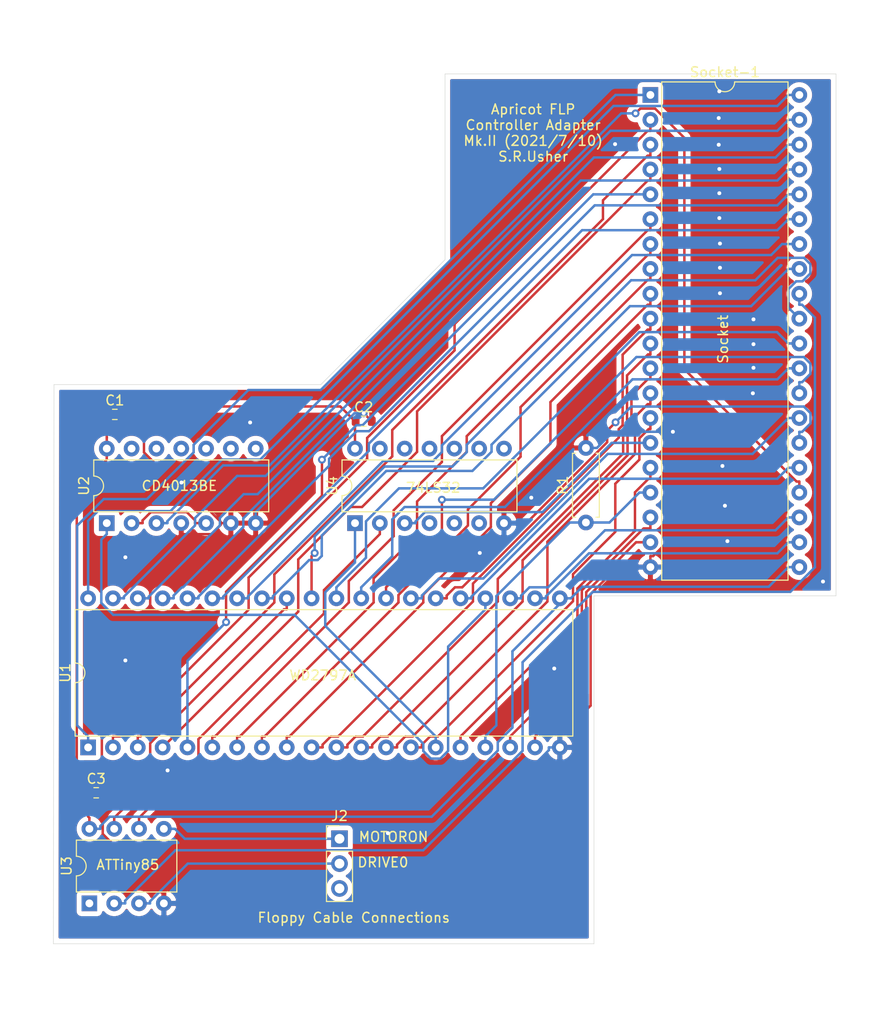
<source format=kicad_pcb>
(kicad_pcb (version 20171130) (host pcbnew "(5.1.7)-1")
  (layers (0 F.Cu signal) (31 B.Cu signal) (34 B.Paste user) (35 F.Paste user) (36 B.SilkS user) (37 F.SilkS user) (38 B.Mask user) (39 F.Mask user) (44 Edge.Cuts user))
  (net 0 "")
  (net 1 CLK1M)
  (net 2 CLK2M)
  (net 3 CTRLRDY)
  (net 4 DRVRDY)
  (net 5 HLT)
  (net 6 GND)
  (net 7 INTRQ)
  (net 8 MR)
  (net 9 DRQ)
  (net 10 RPW)
  (net 11 DDEN)
  (net 12 5-8)
  (net 13 WPRT)
  (net 14 DIRC)
  (net 15 IP)
  (net 16 STEP)
  (net 17 TR00)
  (net 18 DAL7)
  (net 19 WPW)
  (net 20 DAL6)
  (net 21 DAL5)
  (net 22 WD)
  (net 23 DAL4)
  (net 24 WG)
  (net 25 DAL3)
  (net 26 TG43)
  (net 27 DAL2)
  (net 28 HLD)
  (net 29 DAL1)
  (net 30 RAW_READ)
  (net 31 DAL0)
  (net 32 VCO)
  (net 33 A1)
  (net 34 SSO)
  (net 35 A0)
  (net 36 RE)
  (net 37 PUMP)
  (net 38 CS)
  (net 39 TEST)
  (net 40 WE)
  (net 41 VCC)
  (net 42 ENP)
  (net 43 FEEDBCK)
  (net 44 "Net-(J2-Pad3)")
  (net 45 _FLPSELDRV0)
  (net 46 _FLPMOTORON)
  (net 47 CTRLSTEP)
  (net 48 RSTSTEP)
  (net 49 "Net-(U3-Pad1)")
  (module Resistor_SMD:R_0603_1608Metric (layer F.Cu) (at 78.613 130.62)
    (fp_text reference C3 (at 0 -1.43) (layer F.SilkS))
    (fp_text value 1uF)
    (pad 2 smd roundrect (at 0.825 0) (size 0.8 0.95) (layers F.Cu F.Paste F.Mask) (net 6 GND))
    (pad 1 smd roundrect (at -0.825 0) (size 0.8 0.95) (layers F.Cu F.Paste F.Mask) (net 41 VCC))
  )
  (module Resistor_SMD:R_0603_1608Metric (layer F.Cu) (at 105.982 92.6465)
    (fp_text reference C2 (at 0 -1.43) (layer F.SilkS))
    (fp_text value 1uF)
    (pad 2 smd roundrect (at 0.825 0) (size 0.8 0.95) (layers F.Cu F.Paste F.Mask) (net 6 GND))
    (pad 1 smd roundrect (at -0.825 0) (size 0.8 0.95) (layers F.Cu F.Paste F.Mask) (net 41 VCC))
  )
  (module Resistor_SMD:R_0603_1608Metric (layer F.Cu) (at 80.518 91.948)
    (fp_text reference C1 (at 0 -1.43) (layer F.SilkS))
    (fp_text value 1uF)
    (pad 2 smd roundrect (at 0.825 0) (size 0.8 0.95) (layers F.Cu F.Paste F.Mask) (net 6 GND))
    (pad 1 smd roundrect (at -0.825 0) (size 0.8 0.95) (layers F.Cu F.Paste F.Mask) (net 41 VCC))
  )
  (module Resistor_THT:R_Axial_DIN0207_L6.3mm_D2.5mm_P7.62mm_Horizontal (layer F.Cu) (at 128.714 102.997 90)
    (fp_text reference R1 (at 3.81 -2.37 90) (layer F.SilkS))
    (fp_text value 220)
    (pad 2 thru_hole oval (at 7.62 0 90) (size 1.6 1.6) (drill 0.8) (layers *.Cu *.Mask) (net 6 GND))
    (pad 1 thru_hole circle (at 0 0 90) (size 1.6 1.6) (drill 0.8) (layers *.Cu *.Mask) (net 12 5-8))
  )
  (module Package_DIP:DIP-14_W7.62mm (layer F.Cu) (at 105.092 103.06 90)
    (fp_text reference U4 (at 3.81 -2.33 90) (layer F.SilkS))
    (fp_text value 74LS32)
    (pad 14 thru_hole oval (at 7.62 0 90) (size 1.6 1.6) (drill 0.8) (layers *.Cu *.Mask) (net 41 VCC))
    (pad 7 thru_hole oval (at 0 15.24 90) (size 1.6 1.6) (drill 0.8) (layers *.Cu *.Mask) (net 6 GND))
    (pad 13 thru_hole oval (at 7.62 2.54 90) (size 1.6 1.6) (drill 0.8) (layers *.Cu *.Mask))
    (pad 6 thru_hole oval (at 0 12.7 90) (size 1.6 1.6) (drill 0.8) (layers *.Cu *.Mask))
    (pad 12 thru_hole oval (at 7.62 5.08 90) (size 1.6 1.6) (drill 0.8) (layers *.Cu *.Mask))
    (pad 5 thru_hole oval (at 0 10.16 90) (size 1.6 1.6) (drill 0.8) (layers *.Cu *.Mask))
    (pad 11 thru_hole oval (at 7.62 7.62 90) (size 1.6 1.6) (drill 0.8) (layers *.Cu *.Mask))
    (pad 4 thru_hole oval (at 0 7.62 90) (size 1.6 1.6) (drill 0.8) (layers *.Cu *.Mask))
    (pad 10 thru_hole oval (at 7.62 10.16 90) (size 1.6 1.6) (drill 0.8) (layers *.Cu *.Mask))
    (pad 3 thru_hole oval (at 0 5.08 90) (size 1.6 1.6) (drill 0.8) (layers *.Cu *.Mask) (net 16 STEP))
    (pad 9 thru_hole oval (at 7.62 12.7 90) (size 1.6 1.6) (drill 0.8) (layers *.Cu *.Mask))
    (pad 2 thru_hole oval (at 0 2.54 90) (size 1.6 1.6) (drill 0.8) (layers *.Cu *.Mask) (net 48 RSTSTEP))
    (pad 8 thru_hole oval (at 7.62 15.24 90) (size 1.6 1.6) (drill 0.8) (layers *.Cu *.Mask))
    (pad 1 thru_hole rect (at 0 0 90) (size 1.6 1.6) (drill 0.8) (layers *.Cu *.Mask) (net 47 CTRLSTEP))
  )
  (module Package_DIP:DIP-8_W7.62mm (layer F.Cu) (at 77.9145 141.922 90)
    (fp_text reference U3 (at 3.81 -2.33 90) (layer F.SilkS))
    (fp_text value ATtiny85V-10PU)
    (pad 8 thru_hole oval (at 7.62 0 90) (size 1.6 1.6) (drill 0.8) (layers *.Cu *.Mask) (net 41 VCC))
    (pad 4 thru_hole oval (at 0 7.62 90) (size 1.6 1.6) (drill 0.8) (layers *.Cu *.Mask) (net 6 GND))
    (pad 7 thru_hole oval (at 7.62 2.54 90) (size 1.6 1.6) (drill 0.8) (layers *.Cu *.Mask) (net 3 CTRLRDY))
    (pad 3 thru_hole oval (at 0 5.08 90) (size 1.6 1.6) (drill 0.8) (layers *.Cu *.Mask) (net 45 _FLPSELDRV0))
    (pad 6 thru_hole oval (at 7.62 5.08 90) (size 1.6 1.6) (drill 0.8) (layers *.Cu *.Mask) (net 48 RSTSTEP))
    (pad 2 thru_hole oval (at 0 2.54 90) (size 1.6 1.6) (drill 0.8) (layers *.Cu *.Mask) (net 4 DRVRDY))
    (pad 5 thru_hole oval (at 7.62 7.62 90) (size 1.6 1.6) (drill 0.8) (layers *.Cu *.Mask) (net 46 _FLPMOTORON))
    (pad 1 thru_hole rect (at 0 0 90) (size 1.6 1.6) (drill 0.8) (layers *.Cu *.Mask) (net 49 "Net-(U3-Pad1)"))
  )
  (module Package_DIP:DIP-14_W7.62mm (layer F.Cu) (at 79.6925 103.06 90)
    (fp_text reference U2 (at 3.81 -2.33 90) (layer F.SilkS))
    (fp_text value 4013)
    (pad 14 thru_hole oval (at 7.62 0 90) (size 1.6 1.6) (drill 0.8) (layers *.Cu *.Mask) (net 41 VCC))
    (pad 7 thru_hole oval (at 0 15.24 90) (size 1.6 1.6) (drill 0.8) (layers *.Cu *.Mask) (net 6 GND))
    (pad 13 thru_hole oval (at 7.62 2.54 90) (size 1.6 1.6) (drill 0.8) (layers *.Cu *.Mask))
    (pad 6 thru_hole oval (at 0 12.7 90) (size 1.6 1.6) (drill 0.8) (layers *.Cu *.Mask) (net 6 GND))
    (pad 12 thru_hole oval (at 7.62 5.08 90) (size 1.6 1.6) (drill 0.8) (layers *.Cu *.Mask))
    (pad 5 thru_hole oval (at 0 10.16 90) (size 1.6 1.6) (drill 0.8) (layers *.Cu *.Mask) (net 43 FEEDBCK))
    (pad 11 thru_hole oval (at 7.62 7.62 90) (size 1.6 1.6) (drill 0.8) (layers *.Cu *.Mask))
    (pad 4 thru_hole oval (at 0 7.62 90) (size 1.6 1.6) (drill 0.8) (layers *.Cu *.Mask) (net 6 GND))
    (pad 10 thru_hole oval (at 7.62 10.16 90) (size 1.6 1.6) (drill 0.8) (layers *.Cu *.Mask))
    (pad 3 thru_hole oval (at 0 5.08 90) (size 1.6 1.6) (drill 0.8) (layers *.Cu *.Mask) (net 2 CLK2M))
    (pad 9 thru_hole oval (at 7.62 12.7 90) (size 1.6 1.6) (drill 0.8) (layers *.Cu *.Mask))
    (pad 2 thru_hole oval (at 0 2.54 90) (size 1.6 1.6) (drill 0.8) (layers *.Cu *.Mask) (net 43 FEEDBCK))
    (pad 8 thru_hole oval (at 7.62 15.24 90) (size 1.6 1.6) (drill 0.8) (layers *.Cu *.Mask))
    (pad 1 thru_hole rect (at 0 0 90) (size 1.6 1.6) (drill 0.8) (layers *.Cu *.Mask) (net 1 CLK1M))
  )
  (module Package_DIP:DIP-40_W15.24mm (layer F.Cu) (at 77.7875 125.984 90)
    (fp_text reference U1 (at 7.62 -2.33 90) (layer F.SilkS))
    (fp_text value WD2797)
    (pad 40 thru_hole oval (at 15.24 0 90) (size 1.6 1.6) (drill 0.8) (layers *.Cu *.Mask) (net 5 HLT))
    (pad 20 thru_hole oval (at 0 48.26 90) (size 1.6 1.6) (drill 0.8) (layers *.Cu *.Mask) (net 6 GND))
    (pad 39 thru_hole oval (at 15.24 2.54 90) (size 1.6 1.6) (drill 0.8) (layers *.Cu *.Mask) (net 7 INTRQ))
    (pad 19 thru_hole oval (at 0 45.72 90) (size 1.6 1.6) (drill 0.8) (layers *.Cu *.Mask) (net 8 MR))
    (pad 38 thru_hole oval (at 15.24 5.08 90) (size 1.6 1.6) (drill 0.8) (layers *.Cu *.Mask) (net 9 DRQ))
    (pad 18 thru_hole oval (at 0 43.18 90) (size 1.6 1.6) (drill 0.8) (layers *.Cu *.Mask) (net 10 RPW))
    (pad 37 thru_hole oval (at 15.24 7.62 90) (size 1.6 1.6) (drill 0.8) (layers *.Cu *.Mask) (net 11 DDEN))
    (pad 17 thru_hole oval (at 0 40.64 90) (size 1.6 1.6) (drill 0.8) (layers *.Cu *.Mask) (net 12 5-8))
    (pad 36 thru_hole oval (at 15.24 10.16 90) (size 1.6 1.6) (drill 0.8) (layers *.Cu *.Mask) (net 13 WPRT))
    (pad 16 thru_hole oval (at 0 38.1 90) (size 1.6 1.6) (drill 0.8) (layers *.Cu *.Mask) (net 14 DIRC))
    (pad 35 thru_hole oval (at 15.24 12.7 90) (size 1.6 1.6) (drill 0.8) (layers *.Cu *.Mask) (net 15 IP))
    (pad 15 thru_hole oval (at 0 35.56 90) (size 1.6 1.6) (drill 0.8) (layers *.Cu *.Mask) (net 47 CTRLSTEP))
    (pad 34 thru_hole oval (at 15.24 15.24 90) (size 1.6 1.6) (drill 0.8) (layers *.Cu *.Mask) (net 17 TR00))
    (pad 14 thru_hole oval (at 0 33.02 90) (size 1.6 1.6) (drill 0.8) (layers *.Cu *.Mask) (net 18 DAL7))
    (pad 33 thru_hole oval (at 15.24 17.78 90) (size 1.6 1.6) (drill 0.8) (layers *.Cu *.Mask) (net 19 WPW))
    (pad 13 thru_hole oval (at 0 30.48 90) (size 1.6 1.6) (drill 0.8) (layers *.Cu *.Mask) (net 20 DAL6))
    (pad 32 thru_hole oval (at 15.24 20.32 90) (size 1.6 1.6) (drill 0.8) (layers *.Cu *.Mask) (net 3 CTRLRDY))
    (pad 12 thru_hole oval (at 0 27.94 90) (size 1.6 1.6) (drill 0.8) (layers *.Cu *.Mask) (net 21 DAL5))
    (pad 31 thru_hole oval (at 15.24 22.86 90) (size 1.6 1.6) (drill 0.8) (layers *.Cu *.Mask) (net 22 WD))
    (pad 11 thru_hole oval (at 0 25.4 90) (size 1.6 1.6) (drill 0.8) (layers *.Cu *.Mask) (net 23 DAL4))
    (pad 30 thru_hole oval (at 15.24 25.4 90) (size 1.6 1.6) (drill 0.8) (layers *.Cu *.Mask) (net 24 WG))
    (pad 10 thru_hole oval (at 0 22.86 90) (size 1.6 1.6) (drill 0.8) (layers *.Cu *.Mask) (net 25 DAL3))
    (pad 29 thru_hole oval (at 15.24 27.94 90) (size 1.6 1.6) (drill 0.8) (layers *.Cu *.Mask) (net 26 TG43))
    (pad 9 thru_hole oval (at 0 20.32 90) (size 1.6 1.6) (drill 0.8) (layers *.Cu *.Mask) (net 27 DAL2))
    (pad 28 thru_hole oval (at 15.24 30.48 90) (size 1.6 1.6) (drill 0.8) (layers *.Cu *.Mask) (net 28 HLD))
    (pad 8 thru_hole oval (at 0 17.78 90) (size 1.6 1.6) (drill 0.8) (layers *.Cu *.Mask) (net 29 DAL1))
    (pad 27 thru_hole oval (at 15.24 33.02 90) (size 1.6 1.6) (drill 0.8) (layers *.Cu *.Mask) (net 30 RAW_READ))
    (pad 7 thru_hole oval (at 0 15.24 90) (size 1.6 1.6) (drill 0.8) (layers *.Cu *.Mask) (net 31 DAL0))
    (pad 26 thru_hole oval (at 15.24 35.56 90) (size 1.6 1.6) (drill 0.8) (layers *.Cu *.Mask) (net 32 VCO))
    (pad 6 thru_hole oval (at 0 12.7 90) (size 1.6 1.6) (drill 0.8) (layers *.Cu *.Mask) (net 33 A1))
    (pad 25 thru_hole oval (at 15.24 38.1 90) (size 1.6 1.6) (drill 0.8) (layers *.Cu *.Mask) (net 34 SSO))
    (pad 5 thru_hole oval (at 0 10.16 90) (size 1.6 1.6) (drill 0.8) (layers *.Cu *.Mask) (net 35 A0))
    (pad 24 thru_hole oval (at 15.24 40.64 90) (size 1.6 1.6) (drill 0.8) (layers *.Cu *.Mask) (net 1 CLK1M))
    (pad 4 thru_hole oval (at 0 7.62 90) (size 1.6 1.6) (drill 0.8) (layers *.Cu *.Mask) (net 36 RE))
    (pad 23 thru_hole oval (at 15.24 43.18 90) (size 1.6 1.6) (drill 0.8) (layers *.Cu *.Mask) (net 37 PUMP))
    (pad 3 thru_hole oval (at 0 5.08 90) (size 1.6 1.6) (drill 0.8) (layers *.Cu *.Mask) (net 38 CS))
    (pad 22 thru_hole oval (at 15.24 45.72 90) (size 1.6 1.6) (drill 0.8) (layers *.Cu *.Mask) (net 39 TEST))
    (pad 2 thru_hole oval (at 0 2.54 90) (size 1.6 1.6) (drill 0.8) (layers *.Cu *.Mask) (net 40 WE))
    (pad 21 thru_hole oval (at 15.24 48.26 90) (size 1.6 1.6) (drill 0.8) (layers *.Cu *.Mask) (net 41 VCC))
    (pad 1 thru_hole rect (at 0 0 90) (size 1.6 1.6) (drill 0.8) (layers *.Cu *.Mask) (net 42 ENP))
  )
  (module Package_DIP:DIP-40_W15.24mm (layer F.Cu) (at 135.312 59.297)
    (fp_text reference Socket-1 (at 7.62 -2.33) (layer F.SilkS))
    (fp_text value WD2797)
    (pad 40 thru_hole oval (at 15.24 0) (size 1.6 1.6) (drill 0.8) (layers *.Cu *.Mask) (net 5 HLT))
    (pad 20 thru_hole oval (at 0 48.26) (size 1.6 1.6) (drill 0.8) (layers *.Cu *.Mask) (net 6 GND))
    (pad 39 thru_hole oval (at 15.24 2.54) (size 1.6 1.6) (drill 0.8) (layers *.Cu *.Mask) (net 7 INTRQ))
    (pad 19 thru_hole oval (at 0 45.72) (size 1.6 1.6) (drill 0.8) (layers *.Cu *.Mask) (net 8 MR))
    (pad 38 thru_hole oval (at 15.24 5.08) (size 1.6 1.6) (drill 0.8) (layers *.Cu *.Mask) (net 9 DRQ))
    (pad 18 thru_hole oval (at 0 43.18) (size 1.6 1.6) (drill 0.8) (layers *.Cu *.Mask) (net 10 RPW))
    (pad 37 thru_hole oval (at 15.24 7.62) (size 1.6 1.6) (drill 0.8) (layers *.Cu *.Mask) (net 11 DDEN))
    (pad 17 thru_hole oval (at 0 40.64) (size 1.6 1.6) (drill 0.8) (layers *.Cu *.Mask) (net 12 5-8))
    (pad 36 thru_hole oval (at 15.24 10.16) (size 1.6 1.6) (drill 0.8) (layers *.Cu *.Mask) (net 13 WPRT))
    (pad 16 thru_hole oval (at 0 38.1) (size 1.6 1.6) (drill 0.8) (layers *.Cu *.Mask) (net 14 DIRC))
    (pad 35 thru_hole oval (at 15.24 12.7) (size 1.6 1.6) (drill 0.8) (layers *.Cu *.Mask) (net 15 IP))
    (pad 15 thru_hole oval (at 0 35.56) (size 1.6 1.6) (drill 0.8) (layers *.Cu *.Mask) (net 16 STEP))
    (pad 34 thru_hole oval (at 15.24 15.24) (size 1.6 1.6) (drill 0.8) (layers *.Cu *.Mask) (net 17 TR00))
    (pad 14 thru_hole oval (at 0 33.02) (size 1.6 1.6) (drill 0.8) (layers *.Cu *.Mask) (net 18 DAL7))
    (pad 33 thru_hole oval (at 15.24 17.78) (size 1.6 1.6) (drill 0.8) (layers *.Cu *.Mask) (net 19 WPW))
    (pad 13 thru_hole oval (at 0 30.48) (size 1.6 1.6) (drill 0.8) (layers *.Cu *.Mask) (net 20 DAL6))
    (pad 32 thru_hole oval (at 15.24 20.32) (size 1.6 1.6) (drill 0.8) (layers *.Cu *.Mask) (net 4 DRVRDY))
    (pad 12 thru_hole oval (at 0 27.94) (size 1.6 1.6) (drill 0.8) (layers *.Cu *.Mask) (net 21 DAL5))
    (pad 31 thru_hole oval (at 15.24 22.86) (size 1.6 1.6) (drill 0.8) (layers *.Cu *.Mask) (net 22 WD))
    (pad 11 thru_hole oval (at 0 25.4) (size 1.6 1.6) (drill 0.8) (layers *.Cu *.Mask) (net 23 DAL4))
    (pad 30 thru_hole oval (at 15.24 25.4) (size 1.6 1.6) (drill 0.8) (layers *.Cu *.Mask) (net 24 WG))
    (pad 10 thru_hole oval (at 0 22.86) (size 1.6 1.6) (drill 0.8) (layers *.Cu *.Mask) (net 25 DAL3))
    (pad 29 thru_hole oval (at 15.24 27.94) (size 1.6 1.6) (drill 0.8) (layers *.Cu *.Mask) (net 26 TG43))
    (pad 9 thru_hole oval (at 0 20.32) (size 1.6 1.6) (drill 0.8) (layers *.Cu *.Mask) (net 27 DAL2))
    (pad 28 thru_hole oval (at 15.24 30.48) (size 1.6 1.6) (drill 0.8) (layers *.Cu *.Mask) (net 28 HLD))
    (pad 8 thru_hole oval (at 0 17.78) (size 1.6 1.6) (drill 0.8) (layers *.Cu *.Mask) (net 29 DAL1))
    (pad 27 thru_hole oval (at 15.24 33.02) (size 1.6 1.6) (drill 0.8) (layers *.Cu *.Mask) (net 30 RAW_READ))
    (pad 7 thru_hole oval (at 0 15.24) (size 1.6 1.6) (drill 0.8) (layers *.Cu *.Mask) (net 31 DAL0))
    (pad 26 thru_hole oval (at 15.24 35.56) (size 1.6 1.6) (drill 0.8) (layers *.Cu *.Mask) (net 32 VCO))
    (pad 6 thru_hole oval (at 0 12.7) (size 1.6 1.6) (drill 0.8) (layers *.Cu *.Mask) (net 33 A1))
    (pad 25 thru_hole oval (at 15.24 38.1) (size 1.6 1.6) (drill 0.8) (layers *.Cu *.Mask) (net 34 SSO))
    (pad 5 thru_hole oval (at 0 10.16) (size 1.6 1.6) (drill 0.8) (layers *.Cu *.Mask) (net 35 A0))
    (pad 24 thru_hole oval (at 15.24 40.64) (size 1.6 1.6) (drill 0.8) (layers *.Cu *.Mask) (net 2 CLK2M))
    (pad 4 thru_hole oval (at 0 7.62) (size 1.6 1.6) (drill 0.8) (layers *.Cu *.Mask) (net 36 RE))
    (pad 23 thru_hole oval (at 15.24 43.18) (size 1.6 1.6) (drill 0.8) (layers *.Cu *.Mask) (net 37 PUMP))
    (pad 3 thru_hole oval (at 0 5.08) (size 1.6 1.6) (drill 0.8) (layers *.Cu *.Mask) (net 38 CS))
    (pad 22 thru_hole oval (at 15.24 45.72) (size 1.6 1.6) (drill 0.8) (layers *.Cu *.Mask) (net 39 TEST))
    (pad 2 thru_hole oval (at 0 2.54) (size 1.6 1.6) (drill 0.8) (layers *.Cu *.Mask) (net 40 WE))
    (pad 21 thru_hole oval (at 15.24 48.26) (size 1.6 1.6) (drill 0.8) (layers *.Cu *.Mask) (net 41 VCC))
    (pad 1 thru_hole rect (at 0 0) (size 1.6 1.6) (drill 0.8) (layers *.Cu *.Mask) (net 42 ENP))
  )
  (module Connector_PinHeader_2.54mm:PinHeader_1x03_P2.54mm_Vertical (layer F.Cu) (at 103.505 135.318)
    (fp_text reference J2 (at 0 -2.33) (layer F.SilkS))
    (fp_text value Conn_01x03_Male)
    (pad 3 thru_hole oval (at 0 5.08) (size 1.7 1.7) (drill 1) (layers *.Cu *.Mask) (net 44 "Net-(J2-Pad3)"))
    (pad 2 thru_hole oval (at 0 2.54) (size 1.7 1.7) (drill 1) (layers *.Cu *.Mask) (net 45 _FLPSELDRV0))
    (pad 1 thru_hole rect (at 0 0) (size 1.7 1.7) (drill 1) (layers *.Cu *.Mask) (net 46 _FLPMOTORON))
  )
  (gr_text "Apricot FLP\nController Adapter\nMk.II (2021/7/10)\nS.R.Usher" (at 123.317 63.1825) (layer F.SilkS) (effects (font (size 1 1))))
  (gr_text "Floppy Cable Connections" (at 104.9655 143.383) (layer F.SilkS) (effects (font (size 1 1))))
  (gr_text DRIVE0 (at 107.95 137.7315) (layer F.SilkS) (effects (font (size 1 1))))
  (gr_text MOTORON (at 109.0295 135.128) (layer F.SilkS) (effects (font (size 1 1))))
  (gr_text Socket (at 142.748 84.2645 90) (layer F.SilkS) (effects (font (size 1 1))))
  (gr_text ATTiny85 (at 81.8515 137.9855) (layer F.SilkS) (effects (font (size 1 1))))
  (gr_text WD2797A (at 101.7905 118.618) (layer F.SilkS) (effects (font (size 1 1))))
  (gr_text 74LS32 (at 113.0935 99.441) (layer F.SilkS) (effects (font (size 1 1))))
  (gr_text CD4013BE (at 87.122 99.2505) (layer F.SilkS) (effects (font (size 1 1))))
  (gr_line (start 101.6 88.9) (end 114.3 76.1365) (layer Edge.Cuts) (width 0.05))
  (gr_line (start 154.305 57.15) (end 154.305 110.49) (layer Edge.Cuts) (width 0.05))
  (gr_line (start 114.3 57.15) (end 154.305 57.15) (layer Edge.Cuts) (width 0.05))
  (gr_line (start 114.3 76.1365) (end 114.3 57.15) (layer Edge.Cuts) (width 0.05))
  (gr_line (start 74.295 88.9) (end 101.6 88.9) (layer Edge.Cuts) (width 0.05))
  (gr_line (start 74.2315 146.05) (end 74.295 88.9) (layer Edge.Cuts) (width 0.05))
  (gr_line (start 129.54 146.05) (end 74.2315 146.05) (layer Edge.Cuts) (width 0.05))
  (gr_line (start 129.54 110.49) (end 129.54 146.05) (layer Edge.Cuts) (width 0.05))
  (gr_line (start 154.305 110.49) (end 129.54 110.49) (layer Edge.Cuts) (width 0.05))
  (segment (start 79.6925 103.06) (end 79.6925 104.1853) (width 0.25) (layer B.Cu) (net 1))
  (segment (start 118.4275 110.744) (end 118.4275 111.8693) (width 0.25) (layer B.Cu) (net 1))
  (segment (start 118.4275 111.8693) (end 114.6175 115.6793) (width 0.25) (layer B.Cu) (net 1))
  (segment (start 114.6175 115.6793) (end 114.6175 126.3347) (width 0.25) (layer B.Cu) (net 1))
  (segment (start 114.6175 126.3347) (end 113.8234 127.1288) (width 0.25) (layer B.Cu) (net 1))
  (segment (start 113.8234 127.1288) (end 112.8552 127.1288) (width 0.25) (layer B.Cu) (net 1))
  (segment (start 112.8552 127.1288) (end 112.0775 126.3511) (width 0.25) (layer B.Cu) (net 1))
  (segment (start 112.0775 126.3511) (end 112.0775 125.6048) (width 0.25) (layer B.Cu) (net 1))
  (segment (start 112.0775 125.6048) (end 98.9069 112.4342) (width 0.25) (layer B.Cu) (net 1))
  (segment (start 98.9069 112.4342) (end 80.3525 112.4342) (width 0.25) (layer B.Cu) (net 1))
  (segment (start 80.3525 112.4342) (end 79.1369 111.2186) (width 0.25) (layer B.Cu) (net 1))
  (segment (start 79.1369 111.2186) (end 79.1369 104.7409) (width 0.25) (layer B.Cu) (net 1))
  (segment (start 79.1369 104.7409) (end 79.6925 104.1853) (width 0.25) (layer B.Cu) (net 1))
  (segment (start 150.552 98.8117) (end 150.2706 98.8117) (width 0.25) (layer F.Cu) (net 2))
  (segment (start 150.2706 98.8117) (end 138.7884 87.3295) (width 0.25) (layer F.Cu) (net 2))
  (segment (start 138.7884 87.3295) (end 138.7884 63.6869) (width 0.25) (layer F.Cu) (net 2))
  (segment (start 138.7884 63.6869) (end 135.795 60.6935) (width 0.25) (layer F.Cu) (net 2))
  (segment (start 135.795 60.6935) (end 134.2819 60.6935) (width 0.25) (layer F.Cu) (net 2))
  (segment (start 134.2819 60.6935) (end 133.7939 61.1815) (width 0.25) (layer F.Cu) (net 2))
  (segment (start 85.8978 103.06) (end 85.8978 102.8555) (width 0.25) (layer B.Cu) (net 2))
  (segment (start 85.8978 102.8555) (end 91.593 97.1603) (width 0.25) (layer B.Cu) (net 2))
  (segment (start 91.593 97.1603) (end 96.3511 97.1603) (width 0.25) (layer B.Cu) (net 2))
  (segment (start 96.3511 97.1603) (end 132.3299 61.1815) (width 0.25) (layer B.Cu) (net 2))
  (segment (start 132.3299 61.1815) (end 133.7939 61.1815) (width 0.25) (layer B.Cu) (net 2))
  (segment (start 84.7725 103.06) (end 85.8978 103.06) (width 0.25) (layer B.Cu) (net 2))
  (segment (start 150.552 99.937) (end 150.552 98.8117) (width 0.25) (layer F.Cu) (net 2))
  (via (at 133.7939 61.1815) (size 0.8) (layers F.Cu B.Cu) (net 2))
  (segment (start 80.4545 134.302) (end 80.4545 133.1767) (width 0.25) (layer F.Cu) (net 3))
  (segment (start 98.1075 110.744) (end 98.1075 111.8693) (width 0.25) (layer F.Cu) (net 3))
  (segment (start 98.1075 111.8693) (end 97.8262 111.8693) (width 0.25) (layer F.Cu) (net 3))
  (segment (start 97.8262 111.8693) (end 84.1375 125.558) (width 0.25) (layer F.Cu) (net 3))
  (segment (start 84.1375 125.558) (end 84.1375 129.4937) (width 0.25) (layer F.Cu) (net 3))
  (segment (start 84.1375 129.4937) (end 80.4545 133.1767) (width 0.25) (layer F.Cu) (net 3))
  (segment (start 80.4545 141.922) (end 81.5798 141.922) (width 0.25) (layer B.Cu) (net 4))
  (segment (start 150.552 79.617) (end 150.552 80.7423) (width 0.25) (layer B.Cu) (net 4))
  (segment (start 150.552 80.7423) (end 150.8333 80.7423) (width 0.25) (layer B.Cu) (net 4))
  (segment (start 150.8333 80.7423) (end 152.145 82.054) (width 0.25) (layer B.Cu) (net 4))
  (segment (start 152.145 82.054) (end 152.145 107.5718) (width 0.25) (layer B.Cu) (net 4))
  (segment (start 152.145 107.5718) (end 149.6322 110.0846) (width 0.25) (layer B.Cu) (net 4))
  (segment (start 149.6322 110.0846) (end 129.4257 110.0846) (width 0.25) (layer B.Cu) (net 4))
  (segment (start 129.4257 110.0846) (end 122.2375 117.2728) (width 0.25) (layer B.Cu) (net 4))
  (segment (start 122.2375 117.2728) (end 122.2375 126.3286) (width 0.25) (layer B.Cu) (net 4))
  (segment (start 122.2375 126.3286) (end 112.0727 136.4934) (width 0.25) (layer B.Cu) (net 4))
  (segment (start 112.0727 136.4934) (end 86.7271 136.4934) (width 0.25) (layer B.Cu) (net 4))
  (segment (start 86.7271 136.4934) (end 81.5798 141.6407) (width 0.25) (layer B.Cu) (net 4))
  (segment (start 81.5798 141.6407) (end 81.5798 141.922) (width 0.25) (layer B.Cu) (net 4))
  (segment (start 150.552 59.297) (end 149.4267 59.297) (width 0.25) (layer B.Cu) (net 5))
  (segment (start 149.4267 59.297) (end 148.3014 60.4223) (width 0.25) (layer B.Cu) (net 5))
  (segment (start 148.3014 60.4223) (end 131.5419 60.4223) (width 0.25) (layer B.Cu) (net 5))
  (segment (start 131.5419 60.4223) (end 95.3988 96.5654) (width 0.25) (layer B.Cu) (net 5))
  (segment (start 95.3988 96.5654) (end 91.4742 96.5654) (width 0.25) (layer B.Cu) (net 5))
  (segment (start 91.4742 96.5654) (end 86.2058 101.8338) (width 0.25) (layer B.Cu) (net 5))
  (segment (start 86.2058 101.8338) (end 78.7849 101.8338) (width 0.25) (layer B.Cu) (net 5))
  (segment (start 78.7849 101.8338) (end 77.7875 102.8312) (width 0.25) (layer B.Cu) (net 5))
  (segment (start 77.7875 102.8312) (end 77.7875 110.744) (width 0.25) (layer B.Cu) (net 5))
  (segment (start 105.984 91.8235) (end 105.0437 91.8235) (width 0.25) (layer B.Cu) (net 6))
  (segment (start 105.0437 91.8235) (end 94.9325 101.9347) (width 0.25) (layer B.Cu) (net 6))
  (segment (start 106.807 92.6465) (end 105.984 91.8235) (width 0.25) (layer F.Cu) (net 6))
  (segment (start 94.9325 103.06) (end 94.9325 101.9347) (width 0.25) (layer B.Cu) (net 6))
  (segment (start 92.3925 103.06) (end 94.9325 103.06) (width 0.25) (layer F.Cu) (net 6))
  (segment (start 87.3125 104.1853) (end 90.4058 104.1853) (width 0.25) (layer F.Cu) (net 6))
  (segment (start 90.4058 104.1853) (end 91.338 103.2531) (width 0.25) (layer F.Cu) (net 6))
  (segment (start 91.338 103.2531) (end 91.338 103.06) (width 0.25) (layer F.Cu) (net 6))
  (segment (start 79.438 130.62) (end 79.1887 130.3707) (width 0.25) (layer F.Cu) (net 6))
  (segment (start 79.1887 130.3707) (end 79.1887 117.1911) (width 0.25) (layer F.Cu) (net 6))
  (segment (start 79.1887 117.1911) (end 84.1375 112.2423) (width 0.25) (layer F.Cu) (net 6))
  (segment (start 84.1375 112.2423) (end 84.1375 107.3603) (width 0.25) (layer F.Cu) (net 6))
  (segment (start 84.1375 107.3603) (end 87.3125 104.1853) (width 0.25) (layer F.Cu) (net 6))
  (segment (start 87.3125 103.06) (end 87.3125 104.1853) (width 0.25) (layer F.Cu) (net 6))
  (segment (start 85.5345 140.7967) (end 85.2532 140.7967) (width 0.25) (layer F.Cu) (net 6))
  (segment (start 85.2532 140.7967) (end 79.2809 134.8244) (width 0.25) (layer F.Cu) (net 6))
  (segment (start 79.2809 134.8244) (end 79.2809 130.7771) (width 0.25) (layer F.Cu) (net 6))
  (segment (start 79.2809 130.7771) (end 79.438 130.62) (width 0.25) (layer F.Cu) (net 6))
  (segment (start 91.338 103.06) (end 91.338 102.9127) (width 0.25) (layer F.Cu) (net 6))
  (segment (start 91.338 102.9127) (end 87.3354 98.9101) (width 0.25) (layer F.Cu) (net 6))
  (segment (start 85.3636 96.9383) (end 84.6141 96.9383) (width 0.25) (layer F.Cu) (net 6))
  (segment (start 84.6141 96.9383) (end 83.5025 95.8267) (width 0.25) (layer F.Cu) (net 6))
  (segment (start 83.5025 95.8267) (end 83.5025 94.1075) (width 0.25) (layer F.Cu) (net 6))
  (segment (start 83.5025 94.1075) (end 81.343 91.948) (width 0.25) (layer F.Cu) (net 6))
  (segment (start 92.3925 103.06) (end 91.338 103.06) (width 0.25) (layer F.Cu) (net 6))
  (segment (start 127.5887 95.377) (end 126.8897 95.377) (width 0.25) (layer F.Cu) (net 6))
  (segment (start 126.8897 95.377) (end 120.332 101.9347) (width 0.25) (layer F.Cu) (net 6))
  (segment (start 120.332 103.06) (end 120.332 101.9347) (width 0.25) (layer F.Cu) (net 6))
  (segment (start 128.714 95.377) (end 127.5887 95.377) (width 0.25) (layer F.Cu) (net 6))
  (segment (start 85.5345 141.922) (end 85.5345 140.7967) (width 0.25) (layer F.Cu) (net 6))
  (segment (start 135.312 106.4317) (end 135.5933 106.4317) (width 0.25) (layer F.Cu) (net 6))
  (segment (start 135.5933 106.4317) (end 137.6139 104.4111) (width 0.25) (layer F.Cu) (net 6))
  (segment (start 137.6139 104.4111) (end 137.6139 93.7228) (width 0.25) (layer F.Cu) (net 6))
  (segment (start 129.8393 95.377) (end 131.4935 93.7228) (width 0.25) (layer B.Cu) (net 6))
  (segment (start 131.4935 93.7228) (end 137.6139 93.7228) (width 0.25) (layer B.Cu) (net 6))
  (segment (start 128.714 95.377) (end 129.8393 95.377) (width 0.25) (layer B.Cu) (net 6))
  (segment (start 135.312 107.557) (end 135.312 106.4317) (width 0.25) (layer F.Cu) (net 6))
  (segment (start 126.0475 125.984) (end 124.9222 125.984) (width 0.25) (layer B.Cu) (net 6))
  (segment (start 124.9222 125.984) (end 124.9222 126.2653) (width 0.25) (layer B.Cu) (net 6))
  (segment (start 124.9222 126.2653) (end 109.2655 141.922) (width 0.25) (layer B.Cu) (net 6))
  (segment (start 109.2655 141.922) (end 85.5345 141.922) (width 0.25) (layer B.Cu) (net 6))
  (segment (start 126.0475 125.984) (end 126.0475 124.8587) (width 0.25) (layer F.Cu) (net 6))
  (segment (start 135.312 107.557) (end 134.1867 107.557) (width 0.25) (layer F.Cu) (net 6))
  (segment (start 134.1867 107.557) (end 131.9423 107.557) (width 0.25) (layer F.Cu) (net 6))
  (segment (start 131.9423 107.557) (end 129.1993 110.3) (width 0.25) (layer F.Cu) (net 6))
  (segment (start 129.1993 110.3) (end 129.1993 121.7069) (width 0.25) (layer F.Cu) (net 6))
  (segment (start 129.1993 121.7069) (end 126.0475 124.8587) (width 0.25) (layer F.Cu) (net 6))
  (via (at 105.984 91.8235) (size 0.8) (layers F.Cu B.Cu) (net 6))
  (via (at 137.6139 93.7228) (size 0.8) (layers F.Cu B.Cu) (net 6))
  (via (at 81.5975 117.094) (size 0.8) (drill 0.4) (layers F.Cu B.Cu) (net 6))
  (via (at 81.5975 106.553) (size 0.8) (drill 0.4) (layers F.Cu B.Cu) (net 6))
  (segment (start 87.3354 98.9101) (end 85.3636 96.9383) (width 0.25) (layer F.Cu) (net 6))
  (via (at 87.3354 98.9101) (size 0.8) (drill 0.4) (layers F.Cu B.Cu) (net 6))
  (via (at 94.361 92.7735) (size 0.8) (drill 0.4) (layers F.Cu B.Cu) (net 6))
  (via (at 108.458 134.747) (size 0.8) (drill 0.4) (layers F.Cu B.Cu) (net 6))
  (via (at 123.1265 100.457) (size 0.8) (drill 0.4) (layers F.Cu B.Cu) (net 6))
  (via (at 152.9715 109.0295) (size 0.8) (drill 0.4) (layers F.Cu B.Cu) (net 6))
  (via (at 143.1925 104.902) (size 0.8) (drill 0.4) (layers F.Cu B.Cu) (net 6))
  (via (at 142.9385 101.2825) (size 0.8) (drill 0.4) (layers F.Cu B.Cu) (net 6))
  (via (at 142.6845 97.2185) (size 0.8) (drill 0.4) (layers F.Cu B.Cu) (net 6))
  (via (at 145.796 89.789) (size 0.8) (drill 0.4) (layers F.Cu B.Cu) (net 6))
  (via (at 145.8595 87.1855) (size 0.8) (drill 0.4) (layers F.Cu B.Cu) (net 6))
  (via (at 145.8595 84.7725) (size 0.8) (drill 0.4) (layers F.Cu B.Cu) (net 6))
  (via (at 145.8595 82.2325) (size 0.8) (drill 0.4) (layers F.Cu B.Cu) (net 6))
  (via (at 142.4305 79.5655) (size 0.8) (drill 0.4) (layers F.Cu B.Cu) (net 6))
  (via (at 142.4305 76.962) (size 0.8) (drill 0.4) (layers F.Cu B.Cu) (net 6))
  (via (at 142.4305 74.4855) (size 0.8) (drill 0.4) (layers F.Cu B.Cu) (net 6))
  (via (at 142.367 71.882) (size 0.8) (drill 0.4) (layers F.Cu B.Cu) (net 6))
  (via (at 142.367 69.342) (size 0.8) (drill 0.4) (layers F.Cu B.Cu) (net 6))
  (via (at 142.367 66.8655) (size 0.8) (drill 0.4) (layers F.Cu B.Cu) (net 6))
  (via (at 142.3035 64.389) (size 0.8) (drill 0.4) (layers F.Cu B.Cu) (net 6))
  (via (at 142.3035 61.6585) (size 0.8) (drill 0.4) (layers F.Cu B.Cu) (net 6))
  (via (at 142.367 58.928) (size 0.8) (drill 0.4) (layers F.Cu B.Cu) (net 6))
  (via (at 131.699 64.3255) (size 0.8) (drill 0.4) (layers F.Cu B.Cu) (net 6))
  (via (at 125.476 117.9195) (size 0.8) (drill 0.4) (layers F.Cu B.Cu) (net 6))
  (via (at 85.9155 128.3335) (size 0.8) (drill 0.4) (layers F.Cu B.Cu) (net 6))
  (via (at 117.856 106.1085) (size 0.8) (drill 0.4) (layers F.Cu B.Cu) (net 6))
  (segment (start 80.3275 110.744) (end 81.4528 110.744) (width 0.25) (layer B.Cu) (net 7))
  (segment (start 150.552 61.837) (end 149.4267 61.837) (width 0.25) (layer B.Cu) (net 7))
  (segment (start 149.4267 61.837) (end 148.3014 62.9623) (width 0.25) (layer B.Cu) (net 7))
  (segment (start 148.3014 62.9623) (end 131.2327 62.9623) (width 0.25) (layer B.Cu) (net 7))
  (segment (start 131.2327 62.9623) (end 95.9563 98.2387) (width 0.25) (layer B.Cu) (net 7))
  (segment (start 95.9563 98.2387) (end 93.028 98.2387) (width 0.25) (layer B.Cu) (net 7))
  (segment (start 93.028 98.2387) (end 88.7271 102.5396) (width 0.25) (layer B.Cu) (net 7))
  (segment (start 88.7271 102.5396) (end 88.7271 103.2928) (width 0.25) (layer B.Cu) (net 7))
  (segment (start 88.7271 103.2928) (end 81.4528 110.5671) (width 0.25) (layer B.Cu) (net 7))
  (segment (start 81.4528 110.5671) (end 81.4528 110.744) (width 0.25) (layer B.Cu) (net 7))
  (segment (start 135.312 105.017) (end 133.8454 105.017) (width 0.25) (layer F.Cu) (net 8))
  (segment (start 133.8454 105.017) (end 128.749 110.1134) (width 0.25) (layer F.Cu) (net 8))
  (segment (start 128.749 110.1134) (end 128.749 119.6172) (width 0.25) (layer F.Cu) (net 8))
  (segment (start 128.749 119.6172) (end 123.5075 124.8587) (width 0.25) (layer F.Cu) (net 8))
  (segment (start 123.5075 125.984) (end 123.5075 124.8587) (width 0.25) (layer F.Cu) (net 8))
  (segment (start 83.9928 110.744) (end 83.9928 110.5671) (width 0.25) (layer B.Cu) (net 9))
  (segment (start 83.9928 110.5671) (end 91.2671 103.2928) (width 0.25) (layer B.Cu) (net 9))
  (segment (start 91.2671 103.2928) (end 91.2671 102.5317) (width 0.25) (layer B.Cu) (net 9))
  (segment (start 91.2671 102.5317) (end 93.6973 100.1015) (width 0.25) (layer B.Cu) (net 9))
  (segment (start 93.6973 100.1015) (end 95.1264 100.1015) (width 0.25) (layer B.Cu) (net 9))
  (segment (start 95.1264 100.1015) (end 129.5391 65.6888) (width 0.25) (layer B.Cu) (net 9))
  (segment (start 129.5391 65.6888) (end 148.1149 65.6888) (width 0.25) (layer B.Cu) (net 9))
  (segment (start 148.1149 65.6888) (end 149.4267 64.377) (width 0.25) (layer B.Cu) (net 9))
  (segment (start 82.8675 110.744) (end 83.9928 110.744) (width 0.25) (layer B.Cu) (net 9))
  (segment (start 150.552 64.377) (end 149.4267 64.377) (width 0.25) (layer B.Cu) (net 9))
  (segment (start 135.312 103.6023) (end 134.6232 103.6023) (width 0.25) (layer F.Cu) (net 10))
  (segment (start 134.6232 103.6023) (end 128.2987 109.9268) (width 0.25) (layer F.Cu) (net 10))
  (segment (start 128.2987 109.9268) (end 128.2987 117.5275) (width 0.25) (layer F.Cu) (net 10))
  (segment (start 128.2987 117.5275) (end 120.9675 124.8587) (width 0.25) (layer F.Cu) (net 10))
  (segment (start 120.9675 125.984) (end 120.9675 124.8587) (width 0.25) (layer F.Cu) (net 10))
  (segment (start 135.312 102.477) (end 135.312 103.6023) (width 0.25) (layer F.Cu) (net 10))
  (segment (start 85.4075 110.744) (end 86.5328 110.744) (width 0.25) (layer B.Cu) (net 11))
  (segment (start 150.552 66.917) (end 149.4267 66.917) (width 0.25) (layer B.Cu) (net 11))
  (segment (start 149.4267 66.917) (end 148.3014 68.0423) (width 0.25) (layer B.Cu) (net 11))
  (segment (start 148.3014 68.0423) (end 128.188 68.0423) (width 0.25) (layer B.Cu) (net 11))
  (segment (start 128.188 68.0423) (end 93.6625 102.5678) (width 0.25) (layer B.Cu) (net 11))
  (segment (start 93.6625 102.5678) (end 93.6625 103.4555) (width 0.25) (layer B.Cu) (net 11))
  (segment (start 93.6625 103.4555) (end 87.4993 109.6187) (width 0.25) (layer B.Cu) (net 11))
  (segment (start 87.4993 109.6187) (end 87.3784 109.6187) (width 0.25) (layer B.Cu) (net 11))
  (segment (start 87.3784 109.6187) (end 86.5328 110.4643) (width 0.25) (layer B.Cu) (net 11))
  (segment (start 86.5328 110.4643) (end 86.5328 110.744) (width 0.25) (layer B.Cu) (net 11))
  (segment (start 118.4275 124.8587) (end 119.5528 123.7334) (width 0.25) (layer B.Cu) (net 12))
  (segment (start 119.5528 123.7334) (end 119.5528 110.5158) (width 0.25) (layer B.Cu) (net 12))
  (segment (start 119.5528 110.5158) (end 127.0716 102.997) (width 0.25) (layer B.Cu) (net 12))
  (segment (start 127.0716 102.997) (end 128.714 102.997) (width 0.25) (layer B.Cu) (net 12))
  (segment (start 118.4275 125.984) (end 118.4275 124.8587) (width 0.25) (layer B.Cu) (net 12))
  (segment (start 134.1867 99.937) (end 131.1267 102.997) (width 0.25) (layer B.Cu) (net 12))
  (segment (start 131.1267 102.997) (end 128.714 102.997) (width 0.25) (layer B.Cu) (net 12))
  (segment (start 135.312 99.937) (end 134.1867 99.937) (width 0.25) (layer B.Cu) (net 12))
  (segment (start 89.0728 110.744) (end 89.0728 110.5671) (width 0.25) (layer B.Cu) (net 13))
  (segment (start 89.0728 110.5671) (end 102.4362 97.2037) (width 0.25) (layer B.Cu) (net 13))
  (segment (start 102.4362 97.2037) (end 102.4362 96.4861) (width 0.25) (layer B.Cu) (net 13))
  (segment (start 102.4362 96.4861) (end 105.2614 93.6609) (width 0.25) (layer B.Cu) (net 13))
  (segment (start 105.2614 93.6609) (end 106.5352 93.6609) (width 0.25) (layer B.Cu) (net 13))
  (segment (start 106.5352 93.6609) (end 129.6138 70.5823) (width 0.25) (layer B.Cu) (net 13))
  (segment (start 129.6138 70.5823) (end 148.3014 70.5823) (width 0.25) (layer B.Cu) (net 13))
  (segment (start 148.3014 70.5823) (end 149.4267 69.457) (width 0.25) (layer B.Cu) (net 13))
  (segment (start 87.9475 110.744) (end 89.0728 110.744) (width 0.25) (layer B.Cu) (net 13))
  (segment (start 150.552 69.457) (end 149.4267 69.457) (width 0.25) (layer B.Cu) (net 13))
  (segment (start 135.312 98.5223) (end 135.1252 98.5223) (width 0.25) (layer F.Cu) (net 14))
  (segment (start 135.1252 98.5223) (end 133.7364 99.9111) (width 0.25) (layer F.Cu) (net 14))
  (segment (start 133.7364 99.9111) (end 133.7364 103.8522) (width 0.25) (layer F.Cu) (net 14))
  (segment (start 133.7364 103.8522) (end 127.8484 109.7402) (width 0.25) (layer F.Cu) (net 14))
  (segment (start 127.8484 109.7402) (end 127.8484 112.8978) (width 0.25) (layer F.Cu) (net 14))
  (segment (start 127.8484 112.8978) (end 115.8875 124.8587) (width 0.25) (layer F.Cu) (net 14))
  (segment (start 115.8875 125.984) (end 115.8875 124.8587) (width 0.25) (layer F.Cu) (net 14))
  (segment (start 135.312 97.397) (end 135.312 98.5223) (width 0.25) (layer F.Cu) (net 14))
  (segment (start 90.4875 110.744) (end 91.6128 110.744) (width 0.25) (layer B.Cu) (net 15))
  (segment (start 150.552 71.997) (end 149.4267 71.997) (width 0.25) (layer B.Cu) (net 15))
  (segment (start 149.4267 71.997) (end 148.3014 73.1223) (width 0.25) (layer B.Cu) (net 15))
  (segment (start 148.3014 73.1223) (end 128.3234 73.1223) (width 0.25) (layer B.Cu) (net 15))
  (segment (start 128.3234 73.1223) (end 106.5066 94.9391) (width 0.25) (layer B.Cu) (net 15))
  (segment (start 106.5066 94.9391) (end 106.5066 95.6733) (width 0.25) (layer B.Cu) (net 15))
  (segment (start 106.5066 95.6733) (end 91.6128 110.5671) (width 0.25) (layer B.Cu) (net 15))
  (segment (start 91.6128 110.5671) (end 91.6128 110.744) (width 0.25) (layer B.Cu) (net 15))
  (segment (start 110.172 103.06) (end 111.2973 103.06) (width 0.25) (layer B.Cu) (net 16))
  (segment (start 135.312 94.857) (end 131.3547 94.857) (width 0.25) (layer B.Cu) (net 16))
  (segment (start 131.3547 94.857) (end 124.2771 101.9346) (width 0.25) (layer B.Cu) (net 16))
  (segment (start 124.2771 101.9346) (end 112.2458 101.9346) (width 0.25) (layer B.Cu) (net 16))
  (segment (start 112.2458 101.9346) (end 111.2973 102.8831) (width 0.25) (layer B.Cu) (net 16))
  (segment (start 111.2973 102.8831) (end 111.2973 103.06) (width 0.25) (layer B.Cu) (net 16))
  (segment (start 149.4267 74.537) (end 148.7899 74.537) (width 0.25) (layer B.Cu) (net 17))
  (segment (start 148.7899 74.537) (end 147.6646 75.6623) (width 0.25) (layer B.Cu) (net 17))
  (segment (start 147.6646 75.6623) (end 133.4344 75.6623) (width 0.25) (layer B.Cu) (net 17))
  (segment (start 133.4344 75.6623) (end 113.982 95.1147) (width 0.25) (layer B.Cu) (net 17))
  (segment (start 113.982 95.1147) (end 113.982 95.7964) (width 0.25) (layer B.Cu) (net 17))
  (segment (start 113.982 95.7964) (end 113.0718 96.7066) (width 0.25) (layer B.Cu) (net 17))
  (segment (start 113.0718 96.7066) (end 107.9857 96.7066) (width 0.25) (layer B.Cu) (net 17))
  (segment (start 107.9857 96.7066) (end 94.1528 110.5395) (width 0.25) (layer B.Cu) (net 17))
  (segment (start 94.1528 110.5395) (end 94.1528 110.744) (width 0.25) (layer B.Cu) (net 17))
  (segment (start 93.0275 110.744) (end 94.1528 110.744) (width 0.25) (layer B.Cu) (net 17))
  (segment (start 150.552 74.537) (end 149.4267 74.537) (width 0.25) (layer B.Cu) (net 17))
  (segment (start 110.8075 125.984) (end 111.9328 125.984) (width 0.25) (layer F.Cu) (net 18))
  (segment (start 135.312 92.317) (end 135.312 93.4423) (width 0.25) (layer F.Cu) (net 18))
  (segment (start 135.312 93.4423) (end 135.1352 93.4423) (width 0.25) (layer F.Cu) (net 18))
  (segment (start 135.1352 93.4423) (end 134.1866 94.3909) (width 0.25) (layer F.Cu) (net 18))
  (segment (start 134.1866 94.3909) (end 134.1866 96.5701) (width 0.25) (layer F.Cu) (net 18))
  (segment (start 134.1866 96.5701) (end 131.7221 99.0346) (width 0.25) (layer F.Cu) (net 18))
  (segment (start 131.7221 99.0346) (end 131.7221 103.9481) (width 0.25) (layer F.Cu) (net 18))
  (segment (start 131.7221 103.9481) (end 127.398 108.2722) (width 0.25) (layer F.Cu) (net 18))
  (segment (start 127.398 108.2722) (end 127.398 111.0383) (width 0.25) (layer F.Cu) (net 18))
  (segment (start 127.398 111.0383) (end 113.5776 124.8587) (width 0.25) (layer F.Cu) (net 18))
  (segment (start 113.5776 124.8587) (end 112.7767 124.8587) (width 0.25) (layer F.Cu) (net 18))
  (segment (start 112.7767 124.8587) (end 111.9328 125.7026) (width 0.25) (layer F.Cu) (net 18))
  (segment (start 111.9328 125.7026) (end 111.9328 125.984) (width 0.25) (layer F.Cu) (net 18))
  (segment (start 96.6928 110.744) (end 96.6928 110.5398) (width 0.25) (layer B.Cu) (net 19))
  (segment (start 96.6928 110.5398) (end 100.3931 106.8395) (width 0.25) (layer B.Cu) (net 19))
  (segment (start 100.3931 106.8395) (end 101.264 106.8395) (width 0.25) (layer B.Cu) (net 19))
  (segment (start 101.264 106.8395) (end 101.6888 106.4147) (width 0.25) (layer B.Cu) (net 19))
  (segment (start 101.6888 106.4147) (end 101.6888 104.3298) (width 0.25) (layer B.Cu) (net 19))
  (segment (start 101.6888 104.3298) (end 108.2952 97.7234) (width 0.25) (layer B.Cu) (net 19))
  (segment (start 108.2952 97.7234) (end 117.1063 97.7234) (width 0.25) (layer B.Cu) (net 19))
  (segment (start 117.1063 97.7234) (end 119.062 95.7677) (width 0.25) (layer B.Cu) (net 19))
  (segment (start 119.062 95.7677) (end 119.062 95.0409) (width 0.25) (layer B.Cu) (net 19))
  (segment (start 119.062 95.0409) (end 133.2159 80.887) (width 0.25) (layer B.Cu) (net 19))
  (segment (start 133.2159 80.887) (end 145.6167 80.887) (width 0.25) (layer B.Cu) (net 19))
  (segment (start 145.6167 80.887) (end 149.4267 77.077) (width 0.25) (layer B.Cu) (net 19))
  (segment (start 95.5675 110.744) (end 96.6928 110.744) (width 0.25) (layer B.Cu) (net 19))
  (segment (start 150.552 77.077) (end 149.4267 77.077) (width 0.25) (layer B.Cu) (net 19))
  (segment (start 109.3928 125.984) (end 109.3928 125.7026) (width 0.25) (layer F.Cu) (net 20))
  (segment (start 109.3928 125.7026) (end 110.2367 124.8587) (width 0.25) (layer F.Cu) (net 20))
  (segment (start 110.2367 124.8587) (end 110.9903 124.8587) (width 0.25) (layer F.Cu) (net 20))
  (segment (start 110.9903 124.8587) (end 124.7775 111.0715) (width 0.25) (layer F.Cu) (net 20))
  (segment (start 124.7775 111.0715) (end 124.7775 104.9568) (width 0.25) (layer F.Cu) (net 20))
  (segment (start 124.7775 104.9568) (end 133.7363 95.998) (width 0.25) (layer F.Cu) (net 20))
  (segment (start 133.7363 95.998) (end 133.7363 93.704) (width 0.25) (layer F.Cu) (net 20))
  (segment (start 133.7363 93.704) (end 133.8241 93.6162) (width 0.25) (layer F.Cu) (net 20))
  (segment (start 133.8241 93.6162) (end 133.8241 92.1089) (width 0.25) (layer F.Cu) (net 20))
  (segment (start 133.8241 92.1089) (end 135.0307 90.9023) (width 0.25) (layer F.Cu) (net 20))
  (segment (start 135.0307 90.9023) (end 135.312 90.9023) (width 0.25) (layer F.Cu) (net 20))
  (segment (start 108.2675 125.984) (end 109.3928 125.984) (width 0.25) (layer F.Cu) (net 20))
  (segment (start 135.312 89.777) (end 135.312 90.9023) (width 0.25) (layer F.Cu) (net 20))
  (segment (start 106.8528 125.984) (end 106.8528 125.7026) (width 0.25) (layer F.Cu) (net 21))
  (segment (start 106.8528 125.7026) (end 107.6967 124.8587) (width 0.25) (layer F.Cu) (net 21))
  (segment (start 107.6967 124.8587) (end 108.4503 124.8587) (width 0.25) (layer F.Cu) (net 21))
  (segment (start 108.4503 124.8587) (end 122.2375 111.0715) (width 0.25) (layer F.Cu) (net 21))
  (segment (start 122.2375 111.0715) (end 122.2375 106.8599) (width 0.25) (layer F.Cu) (net 21))
  (segment (start 122.2375 106.8599) (end 132.976 96.1214) (width 0.25) (layer F.Cu) (net 21))
  (segment (start 132.976 96.1214) (end 132.976 93.8274) (width 0.25) (layer F.Cu) (net 21))
  (segment (start 132.976 93.8274) (end 133.3738 93.4296) (width 0.25) (layer F.Cu) (net 21))
  (segment (start 133.3738 93.4296) (end 133.3738 90.0192) (width 0.25) (layer F.Cu) (net 21))
  (segment (start 133.3738 90.0192) (end 135.0307 88.3623) (width 0.25) (layer F.Cu) (net 21))
  (segment (start 135.0307 88.3623) (end 135.312 88.3623) (width 0.25) (layer F.Cu) (net 21))
  (segment (start 105.7275 125.984) (end 106.8528 125.984) (width 0.25) (layer F.Cu) (net 21))
  (segment (start 135.312 87.237) (end 135.312 88.3623) (width 0.25) (layer F.Cu) (net 21))
  (segment (start 100.6475 110.744) (end 100.6475 106.4302) (width 0.25) (layer F.Cu) (net 22))
  (segment (start 100.6475 106.4302) (end 100.9635 106.1142) (width 0.25) (layer F.Cu) (net 22))
  (segment (start 150.552 82.157) (end 149.4266 81.0316) (width 0.25) (layer B.Cu) (net 22))
  (segment (start 149.4266 81.0316) (end 149.4266 79.1449) (width 0.25) (layer B.Cu) (net 22))
  (segment (start 149.4266 79.1449) (end 150.2245 78.347) (width 0.25) (layer B.Cu) (net 22))
  (segment (start 150.2245 78.347) (end 150.8737 78.347) (width 0.25) (layer B.Cu) (net 22))
  (segment (start 150.8737 78.347) (end 151.6809 77.5398) (width 0.25) (layer B.Cu) (net 22))
  (segment (start 151.6809 77.5398) (end 151.6809 76.5936) (width 0.25) (layer B.Cu) (net 22))
  (segment (start 151.6809 76.5936) (end 151.031 75.9437) (width 0.25) (layer B.Cu) (net 22))
  (segment (start 151.031 75.9437) (end 148.3383 75.9437) (width 0.25) (layer B.Cu) (net 22))
  (segment (start 148.3383 75.9437) (end 146.044 78.238) (width 0.25) (layer B.Cu) (net 22))
  (segment (start 146.044 78.238) (end 133.3364 78.238) (width 0.25) (layer B.Cu) (net 22))
  (segment (start 133.3364 78.238) (end 116.522 95.0524) (width 0.25) (layer B.Cu) (net 22))
  (segment (start 116.522 95.0524) (end 116.522 95.8091) (width 0.25) (layer B.Cu) (net 22))
  (segment (start 116.522 95.8091) (end 115.0581 97.273) (width 0.25) (layer B.Cu) (net 22))
  (segment (start 115.0581 97.273) (end 108.1087 97.273) (width 0.25) (layer B.Cu) (net 22))
  (segment (start 108.1087 97.273) (end 100.9635 104.4182) (width 0.25) (layer B.Cu) (net 22))
  (segment (start 100.9635 104.4182) (end 100.9635 106.1142) (width 0.25) (layer B.Cu) (net 22))
  (via (at 100.9635 106.1142) (size 0.8) (layers F.Cu B.Cu) (net 22))
  (segment (start 104.3128 125.984) (end 104.3128 125.7026) (width 0.25) (layer F.Cu) (net 23))
  (segment (start 104.3128 125.7026) (end 105.1567 124.8587) (width 0.25) (layer F.Cu) (net 23))
  (segment (start 105.1567 124.8587) (end 105.9103 124.8587) (width 0.25) (layer F.Cu) (net 23))
  (segment (start 105.9103 124.8587) (end 119.6975 111.0715) (width 0.25) (layer F.Cu) (net 23))
  (segment (start 119.6975 111.0715) (end 119.6975 108.763) (width 0.25) (layer F.Cu) (net 23))
  (segment (start 119.6975 108.763) (end 132.5257 95.9348) (width 0.25) (layer F.Cu) (net 23))
  (segment (start 132.5257 95.9348) (end 132.5257 93.6408) (width 0.25) (layer F.Cu) (net 23))
  (segment (start 132.5257 93.6408) (end 132.9235 93.243) (width 0.25) (layer F.Cu) (net 23))
  (segment (start 132.9235 93.243) (end 132.9235 87.9605) (width 0.25) (layer F.Cu) (net 23))
  (segment (start 132.9235 87.9605) (end 135.0617 85.8223) (width 0.25) (layer F.Cu) (net 23))
  (segment (start 135.0617 85.8223) (end 135.312 85.8223) (width 0.25) (layer F.Cu) (net 23))
  (segment (start 103.1875 125.984) (end 104.3128 125.984) (width 0.25) (layer F.Cu) (net 23))
  (segment (start 135.312 84.697) (end 135.312 85.8223) (width 0.25) (layer F.Cu) (net 23))
  (segment (start 149.4267 84.697) (end 148.2652 83.5355) (width 0.25) (layer B.Cu) (net 24))
  (segment (start 148.2652 83.5355) (end 134.1746 83.5355) (width 0.25) (layer B.Cu) (net 24))
  (segment (start 134.1746 83.5355) (end 118.2019 99.5082) (width 0.25) (layer B.Cu) (net 24))
  (segment (start 118.2019 99.5082) (end 109.5868 99.5082) (width 0.25) (layer B.Cu) (net 24))
  (segment (start 109.5868 99.5082) (end 106.2174 102.8776) (width 0.25) (layer B.Cu) (net 24))
  (segment (start 106.2174 102.8776) (end 106.2174 106.5888) (width 0.25) (layer B.Cu) (net 24))
  (segment (start 106.2174 106.5888) (end 103.1875 109.6187) (width 0.25) (layer B.Cu) (net 24))
  (segment (start 103.1875 110.744) (end 103.1875 109.6187) (width 0.25) (layer B.Cu) (net 24))
  (segment (start 150.552 84.697) (end 149.4267 84.697) (width 0.25) (layer B.Cu) (net 24))
  (segment (start 101.7728 125.984) (end 101.7728 125.7026) (width 0.25) (layer F.Cu) (net 25))
  (segment (start 101.7728 125.7026) (end 102.6167 124.8587) (width 0.25) (layer F.Cu) (net 25))
  (segment (start 102.6167 124.8587) (end 103.3703 124.8587) (width 0.25) (layer F.Cu) (net 25))
  (segment (start 103.3703 124.8587) (end 117.1575 111.0715) (width 0.25) (layer F.Cu) (net 25))
  (segment (start 117.1575 111.0715) (end 117.1575 109.2424) (width 0.25) (layer F.Cu) (net 25))
  (segment (start 117.1575 109.2424) (end 132.0754 94.3245) (width 0.25) (layer F.Cu) (net 25))
  (segment (start 132.0754 94.3245) (end 132.0754 93.4542) (width 0.25) (layer F.Cu) (net 25))
  (segment (start 132.0754 93.4542) (end 132.4732 93.0564) (width 0.25) (layer F.Cu) (net 25))
  (segment (start 132.4732 93.0564) (end 132.4732 85.8398) (width 0.25) (layer F.Cu) (net 25))
  (segment (start 132.4732 85.8398) (end 135.0307 83.2823) (width 0.25) (layer F.Cu) (net 25))
  (segment (start 135.0307 83.2823) (end 135.312 83.2823) (width 0.25) (layer F.Cu) (net 25))
  (segment (start 100.6475 125.984) (end 101.7728 125.984) (width 0.25) (layer F.Cu) (net 25))
  (segment (start 135.312 82.157) (end 135.312 83.2823) (width 0.25) (layer F.Cu) (net 25))
  (segment (start 105.7275 110.744) (end 105.7275 109.6187) (width 0.25) (layer B.Cu) (net 26))
  (segment (start 150.552 87.237) (end 149.4267 87.237) (width 0.25) (layer B.Cu) (net 26))
  (segment (start 149.4267 87.237) (end 148.3014 88.3623) (width 0.25) (layer B.Cu) (net 26))
  (segment (start 148.3014 88.3623) (end 133.4842 88.3623) (width 0.25) (layer B.Cu) (net 26))
  (segment (start 133.4842 88.3623) (end 120.4323 101.4142) (width 0.25) (layer B.Cu) (net 26))
  (segment (start 120.4323 101.4142) (end 110.1601 101.4142) (width 0.25) (layer B.Cu) (net 26))
  (segment (start 110.1601 101.4142) (end 108.902 102.6723) (width 0.25) (layer B.Cu) (net 26))
  (segment (start 108.902 102.6723) (end 108.902 106.4442) (width 0.25) (layer B.Cu) (net 26))
  (segment (start 108.902 106.4442) (end 105.7275 109.6187) (width 0.25) (layer B.Cu) (net 26))
  (segment (start 98.1075 125.984) (end 98.1075 124.8587) (width 0.25) (layer F.Cu) (net 27))
  (segment (start 135.312 79.617) (end 135.312 80.7423) (width 0.25) (layer F.Cu) (net 27))
  (segment (start 135.312 80.7423) (end 135.0307 80.7423) (width 0.25) (layer F.Cu) (net 27))
  (segment (start 135.0307 80.7423) (end 125.0869 90.6861) (width 0.25) (layer F.Cu) (net 27))
  (segment (start 125.0869 90.6861) (end 125.0869 94.9268) (width 0.25) (layer F.Cu) (net 27))
  (segment (start 125.0869 94.9268) (end 118.989 101.0247) (width 0.25) (layer F.Cu) (net 27))
  (segment (start 118.989 101.0247) (end 118.989 103.4576) (width 0.25) (layer F.Cu) (net 27))
  (segment (start 118.989 103.4576) (end 112.0775 110.3691) (width 0.25) (layer F.Cu) (net 27))
  (segment (start 112.0775 110.3691) (end 112.0775 111.17) (width 0.25) (layer F.Cu) (net 27))
  (segment (start 112.0775 111.17) (end 98.3888 124.8587) (width 0.25) (layer F.Cu) (net 27))
  (segment (start 98.3888 124.8587) (end 98.1075 124.8587) (width 0.25) (layer F.Cu) (net 27))
  (segment (start 108.2675 109.6187) (end 113.982 103.9042) (width 0.25) (layer F.Cu) (net 28))
  (segment (start 113.982 103.9042) (end 113.982 100.6637) (width 0.25) (layer F.Cu) (net 28))
  (segment (start 150.552 88.6517) (end 150.8333 88.6517) (width 0.25) (layer B.Cu) (net 28))
  (segment (start 150.8333 88.6517) (end 151.684 87.801) (width 0.25) (layer B.Cu) (net 28))
  (segment (start 151.684 87.801) (end 151.684 86.7567) (width 0.25) (layer B.Cu) (net 28))
  (segment (start 151.684 86.7567) (end 151.0103 86.083) (width 0.25) (layer B.Cu) (net 28))
  (segment (start 151.0103 86.083) (end 133.8835 86.083) (width 0.25) (layer B.Cu) (net 28))
  (segment (start 133.8835 86.083) (end 119.3028 100.6637) (width 0.25) (layer B.Cu) (net 28))
  (segment (start 119.3028 100.6637) (end 113.982 100.6637) (width 0.25) (layer B.Cu) (net 28))
  (segment (start 150.552 89.777) (end 150.552 88.6517) (width 0.25) (layer B.Cu) (net 28))
  (segment (start 108.2675 110.744) (end 108.2675 109.6187) (width 0.25) (layer F.Cu) (net 28))
  (via (at 113.982 100.6637) (size 0.8) (layers F.Cu B.Cu) (net 28))
  (segment (start 95.5675 125.984) (end 95.5675 124.8587) (width 0.25) (layer F.Cu) (net 29))
  (segment (start 135.312 77.077) (end 135.312 78.2023) (width 0.25) (layer F.Cu) (net 29))
  (segment (start 135.312 78.2023) (end 135.0307 78.2023) (width 0.25) (layer F.Cu) (net 29))
  (segment (start 135.0307 78.2023) (end 122.0301 91.2029) (width 0.25) (layer F.Cu) (net 29))
  (segment (start 122.0301 91.2029) (end 122.0301 96.2737) (width 0.25) (layer F.Cu) (net 29))
  (segment (start 122.0301 96.2737) (end 116.645 101.6588) (width 0.25) (layer F.Cu) (net 29))
  (segment (start 116.645 101.6588) (end 116.645 103.2987) (width 0.25) (layer F.Cu) (net 29))
  (segment (start 116.645 103.2987) (end 109.5375 110.4062) (width 0.25) (layer F.Cu) (net 29))
  (segment (start 109.5375 110.4062) (end 109.5375 111.17) (width 0.25) (layer F.Cu) (net 29))
  (segment (start 109.5375 111.17) (end 95.8488 124.8587) (width 0.25) (layer F.Cu) (net 29))
  (segment (start 95.8488 124.8587) (end 95.5675 124.8587) (width 0.25) (layer F.Cu) (net 29))
  (segment (start 149.4267 92.317) (end 145.7614 95.9823) (width 0.25) (layer B.Cu) (net 30))
  (segment (start 145.7614 95.9823) (end 130.9528 95.9823) (width 0.25) (layer B.Cu) (net 30))
  (segment (start 130.9528 95.9823) (end 118.217 108.7181) (width 0.25) (layer B.Cu) (net 30))
  (segment (start 118.217 108.7181) (end 113.6773 108.7181) (width 0.25) (layer B.Cu) (net 30))
  (segment (start 113.6773 108.7181) (end 111.9328 110.4626) (width 0.25) (layer B.Cu) (net 30))
  (segment (start 111.9328 110.4626) (end 111.9328 110.744) (width 0.25) (layer B.Cu) (net 30))
  (segment (start 110.8075 110.744) (end 111.9328 110.744) (width 0.25) (layer B.Cu) (net 30))
  (segment (start 150.552 92.317) (end 149.4267 92.317) (width 0.25) (layer B.Cu) (net 30))
  (segment (start 93.0275 125.984) (end 93.0275 124.8587) (width 0.25) (layer F.Cu) (net 31))
  (segment (start 135.312 74.537) (end 135.312 75.6623) (width 0.25) (layer F.Cu) (net 31))
  (segment (start 135.312 75.6623) (end 135.0307 75.6623) (width 0.25) (layer F.Cu) (net 31))
  (segment (start 135.0307 75.6623) (end 116.522 94.171) (width 0.25) (layer F.Cu) (net 31))
  (segment (start 116.522 94.171) (end 116.522 95.7684) (width 0.25) (layer F.Cu) (net 31))
  (segment (start 116.522 95.7684) (end 111.442 100.8484) (width 0.25) (layer F.Cu) (net 31))
  (segment (start 111.442 100.8484) (end 111.442 104.2703) (width 0.25) (layer F.Cu) (net 31))
  (segment (start 111.442 104.2703) (end 106.9975 108.7148) (width 0.25) (layer F.Cu) (net 31))
  (segment (start 106.9975 108.7148) (end 106.9975 111.17) (width 0.25) (layer F.Cu) (net 31))
  (segment (start 106.9975 111.17) (end 93.3088 124.8587) (width 0.25) (layer F.Cu) (net 31))
  (segment (start 93.3088 124.8587) (end 93.0275 124.8587) (width 0.25) (layer F.Cu) (net 31))
  (segment (start 150.552 94.857) (end 150.552 93.7317) (width 0.25) (layer B.Cu) (net 32))
  (segment (start 113.3475 110.744) (end 114.4728 110.744) (width 0.25) (layer F.Cu) (net 32))
  (segment (start 131.7479 92.7559) (end 130.8915 93.6123) (width 0.25) (layer F.Cu) (net 32))
  (segment (start 130.8915 93.6123) (end 130.8915 94.7911) (width 0.25) (layer F.Cu) (net 32))
  (segment (start 130.8915 94.7911) (end 116.0639 109.6187) (width 0.25) (layer F.Cu) (net 32))
  (segment (start 116.0639 109.6187) (end 115.3167 109.6187) (width 0.25) (layer F.Cu) (net 32))
  (segment (start 115.3167 109.6187) (end 114.4728 110.4626) (width 0.25) (layer F.Cu) (net 32))
  (segment (start 114.4728 110.4626) (end 114.4728 110.744) (width 0.25) (layer F.Cu) (net 32))
  (segment (start 150.552 93.7317) (end 150.8333 93.7317) (width 0.25) (layer B.Cu) (net 32))
  (segment (start 150.8333 93.7317) (end 151.6946 92.8704) (width 0.25) (layer B.Cu) (net 32))
  (segment (start 151.6946 92.8704) (end 151.6946 91.8223) (width 0.25) (layer B.Cu) (net 32))
  (segment (start 151.6946 91.8223) (end 151.0162 91.1439) (width 0.25) (layer B.Cu) (net 32))
  (segment (start 151.0162 91.1439) (end 133.3599 91.1439) (width 0.25) (layer B.Cu) (net 32))
  (segment (start 133.3599 91.1439) (end 131.7479 92.7559) (width 0.25) (layer B.Cu) (net 32))
  (via (at 131.7479 92.7559) (size 0.8) (layers F.Cu B.Cu) (net 32))
  (segment (start 90.4875 125.984) (end 90.4875 124.8587) (width 0.25) (layer F.Cu) (net 33))
  (segment (start 135.312 71.997) (end 135.312 73.1223) (width 0.25) (layer F.Cu) (net 33))
  (segment (start 135.312 73.1223) (end 135.0307 73.1223) (width 0.25) (layer F.Cu) (net 33))
  (segment (start 135.0307 73.1223) (end 113.982 94.171) (width 0.25) (layer F.Cu) (net 33))
  (segment (start 113.982 94.171) (end 113.982 96.8132) (width 0.25) (layer F.Cu) (net 33))
  (segment (start 113.982 96.8132) (end 109.0466 101.7486) (width 0.25) (layer F.Cu) (net 33))
  (segment (start 109.0466 101.7486) (end 109.0466 104.3951) (width 0.25) (layer F.Cu) (net 33))
  (segment (start 109.0466 104.3951) (end 104.4575 108.9842) (width 0.25) (layer F.Cu) (net 33))
  (segment (start 104.4575 108.9842) (end 104.4575 111.17) (width 0.25) (layer F.Cu) (net 33))
  (segment (start 104.4575 111.17) (end 90.7688 124.8587) (width 0.25) (layer F.Cu) (net 33))
  (segment (start 90.7688 124.8587) (end 90.4875 124.8587) (width 0.25) (layer F.Cu) (net 33))
  (segment (start 115.8875 110.744) (end 117.0128 110.744) (width 0.25) (layer B.Cu) (net 34))
  (segment (start 150.552 97.397) (end 149.4267 97.397) (width 0.25) (layer B.Cu) (net 34))
  (segment (start 149.4267 97.397) (end 148.3014 98.5223) (width 0.25) (layer B.Cu) (net 34))
  (segment (start 148.3014 98.5223) (end 129.0576 98.5223) (width 0.25) (layer B.Cu) (net 34))
  (segment (start 129.0576 98.5223) (end 117.0128 110.5671) (width 0.25) (layer B.Cu) (net 34))
  (segment (start 117.0128 110.5671) (end 117.0128 110.744) (width 0.25) (layer B.Cu) (net 34))
  (segment (start 101.7109 96.5745) (end 105.2341 93.0513) (width 0.25) (layer B.Cu) (net 35))
  (segment (start 105.2341 93.0513) (end 105.871 93.0513) (width 0.25) (layer B.Cu) (net 35))
  (segment (start 105.871 93.0513) (end 129.4653 69.457) (width 0.25) (layer B.Cu) (net 35))
  (segment (start 129.4653 69.457) (end 134.1867 69.457) (width 0.25) (layer B.Cu) (net 35))
  (segment (start 135.312 69.457) (end 134.1867 69.457) (width 0.25) (layer B.Cu) (net 35))
  (segment (start 91.9021 113.1818) (end 91.9021 110.0692) (width 0.25) (layer F.Cu) (net 35))
  (segment (start 91.9021 110.0692) (end 101.7109 100.2604) (width 0.25) (layer F.Cu) (net 35))
  (segment (start 101.7109 100.2604) (end 101.7109 96.5745) (width 0.25) (layer F.Cu) (net 35))
  (segment (start 87.9475 125.984) (end 87.9475 117.1364) (width 0.25) (layer B.Cu) (net 35))
  (segment (start 87.9475 117.1364) (end 91.9021 113.1818) (width 0.25) (layer B.Cu) (net 35))
  (via (at 91.9021 113.1818) (size 0.8) (layers F.Cu B.Cu) (net 35))
  (via (at 101.7109 96.5745) (size 0.8) (layers F.Cu B.Cu) (net 35))
  (segment (start 135.312 66.917) (end 135.312 68.0423) (width 0.25) (layer F.Cu) (net 36))
  (segment (start 135.312 68.0423) (end 135.0397 68.0423) (width 0.25) (layer F.Cu) (net 36))
  (segment (start 135.0397 68.0423) (end 111.442 91.64) (width 0.25) (layer F.Cu) (net 36))
  (segment (start 111.442 91.64) (end 111.442 95.7819) (width 0.25) (layer F.Cu) (net 36))
  (segment (start 111.442 95.7819) (end 105.814 101.4099) (width 0.25) (layer F.Cu) (net 36))
  (segment (start 105.814 101.4099) (end 104.6418 101.4099) (width 0.25) (layer F.Cu) (net 36))
  (segment (start 104.6418 101.4099) (end 99.2842 106.7675) (width 0.25) (layer F.Cu) (net 36))
  (segment (start 99.2842 106.7675) (end 99.2842 112.1073) (width 0.25) (layer F.Cu) (net 36))
  (segment (start 99.2842 112.1073) (end 85.4075 125.984) (width 0.25) (layer F.Cu) (net 36))
  (segment (start 122.0928 110.744) (end 122.0928 110.4626) (width 0.25) (layer B.Cu) (net 37))
  (segment (start 122.0928 110.4626) (end 122.9367 109.6187) (width 0.25) (layer B.Cu) (net 37))
  (segment (start 122.9367 109.6187) (end 124.8399 109.6187) (width 0.25) (layer B.Cu) (net 37))
  (segment (start 124.8399 109.6187) (end 130.6698 103.7888) (width 0.25) (layer B.Cu) (net 37))
  (segment (start 130.6698 103.7888) (end 148.1149 103.7888) (width 0.25) (layer B.Cu) (net 37))
  (segment (start 148.1149 103.7888) (end 149.4267 102.477) (width 0.25) (layer B.Cu) (net 37))
  (segment (start 120.9675 110.744) (end 122.0928 110.744) (width 0.25) (layer B.Cu) (net 37))
  (segment (start 150.552 102.477) (end 149.4267 102.477) (width 0.25) (layer B.Cu) (net 37))
  (segment (start 82.8675 125.984) (end 82.8675 124.8587) (width 0.25) (layer F.Cu) (net 38))
  (segment (start 135.312 64.377) (end 135.312 65.5023) (width 0.25) (layer F.Cu) (net 38))
  (segment (start 135.312 65.5023) (end 135.0307 65.5023) (width 0.25) (layer F.Cu) (net 38))
  (segment (start 135.0307 65.5023) (end 130.4583 70.0747) (width 0.25) (layer F.Cu) (net 38))
  (segment (start 130.4583 70.0747) (end 130.4583 71.9868) (width 0.25) (layer F.Cu) (net 38))
  (segment (start 130.4583 71.9868) (end 108.902 93.5431) (width 0.25) (layer F.Cu) (net 38))
  (segment (start 108.902 93.5431) (end 108.902 96.2335) (width 0.25) (layer F.Cu) (net 38))
  (segment (start 108.902 96.2335) (end 96.8368 108.2987) (width 0.25) (layer F.Cu) (net 38))
  (segment (start 96.8368 108.2987) (end 96.8368 111.1707) (width 0.25) (layer F.Cu) (net 38))
  (segment (start 96.8368 111.1707) (end 83.1488 124.8587) (width 0.25) (layer F.Cu) (net 38))
  (segment (start 83.1488 124.8587) (end 82.8675 124.8587) (width 0.25) (layer F.Cu) (net 38))
  (segment (start 124.6328 110.744) (end 124.6328 110.5395) (width 0.25) (layer B.Cu) (net 39))
  (segment (start 124.6328 110.5395) (end 129.03 106.1423) (width 0.25) (layer B.Cu) (net 39))
  (segment (start 129.03 106.1423) (end 148.3014 106.1423) (width 0.25) (layer B.Cu) (net 39))
  (segment (start 148.3014 106.1423) (end 149.4267 105.017) (width 0.25) (layer B.Cu) (net 39))
  (segment (start 123.5075 110.744) (end 124.6328 110.744) (width 0.25) (layer B.Cu) (net 39))
  (segment (start 150.552 105.017) (end 149.4267 105.017) (width 0.25) (layer B.Cu) (net 39))
  (segment (start 80.3275 124.8587) (end 81.251 124.8587) (width 0.25) (layer F.Cu) (net 40))
  (segment (start 81.251 124.8587) (end 94.2064 111.9033) (width 0.25) (layer F.Cu) (net 40))
  (segment (start 94.2064 111.9033) (end 94.2064 108.6185) (width 0.25) (layer F.Cu) (net 40))
  (segment (start 94.2064 108.6185) (end 106.3335 96.4914) (width 0.25) (layer F.Cu) (net 40))
  (segment (start 106.3335 96.4914) (end 106.3335 94.35) (width 0.25) (layer F.Cu) (net 40))
  (segment (start 106.3335 94.35) (end 115.2785 85.405) (width 0.25) (layer F.Cu) (net 40))
  (segment (start 115.2785 85.405) (end 115.2785 82.7145) (width 0.25) (layer F.Cu) (net 40))
  (segment (start 115.2785 82.7145) (end 135.0307 62.9623) (width 0.25) (layer F.Cu) (net 40))
  (segment (start 135.0307 62.9623) (end 135.312 62.9623) (width 0.25) (layer F.Cu) (net 40))
  (segment (start 80.3275 125.984) (end 80.3275 124.8587) (width 0.25) (layer F.Cu) (net 40))
  (segment (start 135.312 61.837) (end 135.312 62.9623) (width 0.25) (layer F.Cu) (net 40))
  (segment (start 105.092 92.6465) (end 103.5815 91.136) (width 0.25) (layer F.Cu) (net 41))
  (segment (start 103.5815 91.136) (end 80.505 91.136) (width 0.25) (layer F.Cu) (net 41))
  (segment (start 80.505 91.136) (end 79.693 91.948) (width 0.25) (layer F.Cu) (net 41))
  (segment (start 105.157 92.6465) (end 105.092 92.6465) (width 0.25) (layer F.Cu) (net 41))
  (segment (start 105.092 92.6465) (end 105.092 94.3147) (width 0.25) (layer F.Cu) (net 41))
  (segment (start 105.092 95.44) (end 105.092 94.3147) (width 0.25) (layer F.Cu) (net 41))
  (segment (start 77.9145 134.302) (end 77.9145 133.1767) (width 0.25) (layer F.Cu) (net 41))
  (segment (start 77.9145 133.1767) (end 77.788 133.0502) (width 0.25) (layer F.Cu) (net 41))
  (segment (start 77.788 133.0502) (end 77.788 130.62) (width 0.25) (layer F.Cu) (net 41))
  (segment (start 77.788 130.62) (end 76.6238 129.4558) (width 0.25) (layer F.Cu) (net 41))
  (segment (start 76.6238 129.4558) (end 76.6238 99.634) (width 0.25) (layer F.Cu) (net 41))
  (segment (start 76.6238 99.634) (end 79.6925 96.5653) (width 0.25) (layer F.Cu) (net 41))
  (segment (start 79.6925 95.44) (end 79.6925 96.5653) (width 0.25) (layer F.Cu) (net 41))
  (segment (start 126.6102 110.744) (end 121.1992 116.155) (width 0.25) (layer B.Cu) (net 41))
  (segment (start 121.1992 116.155) (end 121.1992 123.9521) (width 0.25) (layer B.Cu) (net 41))
  (segment (start 121.1992 123.9521) (end 119.6975 125.4538) (width 0.25) (layer B.Cu) (net 41))
  (segment (start 119.6975 125.4538) (end 119.6975 126.3055) (width 0.25) (layer B.Cu) (net 41))
  (segment (start 119.6975 126.3055) (end 112.9353 133.0677) (width 0.25) (layer B.Cu) (net 41))
  (segment (start 112.9353 133.0677) (end 79.9925 133.0677) (width 0.25) (layer B.Cu) (net 41))
  (segment (start 79.9925 133.0677) (end 79.0398 134.0204) (width 0.25) (layer B.Cu) (net 41))
  (segment (start 79.0398 134.0204) (end 79.0398 134.302) (width 0.25) (layer B.Cu) (net 41))
  (segment (start 149.4267 107.557) (end 147.4195 109.5642) (width 0.25) (layer B.Cu) (net 41))
  (segment (start 147.4195 109.5642) (end 128.3525 109.5642) (width 0.25) (layer B.Cu) (net 41))
  (segment (start 128.3525 109.5642) (end 128.3525 109.5643) (width 0.25) (layer B.Cu) (net 41))
  (segment (start 128.3525 109.5643) (end 127.1728 110.744) (width 0.25) (layer B.Cu) (net 41))
  (segment (start 77.9145 134.302) (end 79.0398 134.302) (width 0.25) (layer B.Cu) (net 41))
  (segment (start 126.6102 110.744) (end 127.1728 110.744) (width 0.25) (layer B.Cu) (net 41))
  (segment (start 126.0475 110.744) (end 126.6102 110.744) (width 0.25) (layer B.Cu) (net 41))
  (segment (start 150.552 107.557) (end 149.4267 107.557) (width 0.25) (layer B.Cu) (net 41))
  (segment (start 79.6925 94.3147) (end 79.693 94.3142) (width 0.25) (layer F.Cu) (net 41))
  (segment (start 79.693 94.3142) (end 79.693 91.948) (width 0.25) (layer F.Cu) (net 41))
  (segment (start 79.6925 94.8773) (end 79.6925 95.44) (width 0.25) (layer F.Cu) (net 41))
  (segment (start 79.6925 94.8773) (end 79.6925 94.3147) (width 0.25) (layer F.Cu) (net 41))
  (segment (start 135.312 59.297) (end 131.745 59.297) (width 0.25) (layer B.Cu) (net 42))
  (segment (start 131.745 59.297) (end 101.5862 89.4558) (width 0.25) (layer B.Cu) (net 42))
  (segment (start 101.5862 89.4558) (end 94.1801 89.4558) (width 0.25) (layer B.Cu) (net 42))
  (segment (start 94.1801 89.4558) (end 88.5825 95.0534) (width 0.25) (layer B.Cu) (net 42))
  (segment (start 88.5825 95.0534) (end 88.5825 95.8298) (width 0.25) (layer B.Cu) (net 42))
  (segment (start 88.5825 95.8298) (end 83.8106 100.6017) (width 0.25) (layer B.Cu) (net 42))
  (segment (start 83.8106 100.6017) (end 79.38 100.6017) (width 0.25) (layer B.Cu) (net 42))
  (segment (start 79.38 100.6017) (end 76.6622 103.3195) (width 0.25) (layer B.Cu) (net 42))
  (segment (start 76.6622 103.3195) (end 76.6622 123.7334) (width 0.25) (layer B.Cu) (net 42))
  (segment (start 76.6622 123.7334) (end 77.7875 124.8587) (width 0.25) (layer B.Cu) (net 42))
  (segment (start 77.7875 125.984) (end 77.7875 124.8587) (width 0.25) (layer B.Cu) (net 42))
  (segment (start 89.8525 103.06) (end 88.7272 103.06) (width 0.25) (layer F.Cu) (net 43))
  (segment (start 82.2325 103.06) (end 83.3578 103.06) (width 0.25) (layer F.Cu) (net 43))
  (segment (start 83.3578 103.06) (end 83.3578 102.7787) (width 0.25) (layer F.Cu) (net 43))
  (segment (start 83.3578 102.7787) (end 84.2018 101.9347) (width 0.25) (layer F.Cu) (net 43))
  (segment (start 84.2018 101.9347) (end 87.8833 101.9347) (width 0.25) (layer F.Cu) (net 43))
  (segment (start 87.8833 101.9347) (end 88.7272 102.7786) (width 0.25) (layer F.Cu) (net 43))
  (segment (start 88.7272 102.7786) (end 88.7272 103.06) (width 0.25) (layer F.Cu) (net 43))
  (segment (start 84.1198 141.922) (end 84.1198 141.7175) (width 0.25) (layer B.Cu) (net 45))
  (segment (start 84.1198 141.7175) (end 87.9793 137.858) (width 0.25) (layer B.Cu) (net 45))
  (segment (start 87.9793 137.858) (end 103.505 137.858) (width 0.25) (layer B.Cu) (net 45))
  (segment (start 82.9945 141.922) (end 84.1198 141.922) (width 0.25) (layer B.Cu) (net 45))
  (segment (start 85.5345 134.302) (end 86.6598 134.302) (width 0.25) (layer B.Cu) (net 46))
  (segment (start 103.505 135.318) (end 87.6758 135.318) (width 0.25) (layer B.Cu) (net 46))
  (segment (start 87.6758 135.318) (end 86.6598 134.302) (width 0.25) (layer B.Cu) (net 46))
  (segment (start 113.3475 125.984) (end 113.3475 124.8587) (width 0.25) (layer B.Cu) (net 47))
  (segment (start 113.3475 124.8587) (end 102.0476 113.5588) (width 0.25) (layer B.Cu) (net 47))
  (segment (start 102.0476 113.5588) (end 102.0476 110.1217) (width 0.25) (layer B.Cu) (net 47))
  (segment (start 102.0476 110.1217) (end 105.092 107.0773) (width 0.25) (layer B.Cu) (net 47))
  (segment (start 105.092 107.0773) (end 105.092 103.06) (width 0.25) (layer B.Cu) (net 47))
  (segment (start 107.632 103.06) (end 107.632 104.1853) (width 0.25) (layer F.Cu) (net 48))
  (segment (start 82.9945 134.302) (end 82.9945 133.1767) (width 0.25) (layer F.Cu) (net 48))
  (segment (start 82.9945 133.1767) (end 89.0729 127.0983) (width 0.25) (layer F.Cu) (net 48))
  (segment (start 89.0729 127.0983) (end 89.0729 125.1392) (width 0.25) (layer F.Cu) (net 48))
  (segment (start 89.0729 125.1392) (end 101.9175 112.2946) (width 0.25) (layer F.Cu) (net 48))
  (segment (start 101.9175 112.2946) (end 101.9175 109.8998) (width 0.25) (layer F.Cu) (net 48))
  (segment (start 101.9175 109.8998) (end 107.632 104.1853) (width 0.25) (layer F.Cu) (net 48))
  (zone (net 6) (net_name GND) (layer F.Cu) (connect_pads (clearance 0.508)) (min_thickness 0.254) (fill yes (arc_segments 32) (thermal_gap 0.508) (thermal_bridge_width 0.508))
    (polygon (pts (xy 158.75 50.8) (xy 158.9405 152.146) (xy 70.0405 152.527) (xy 69.85 50.546)))
  )
  (zone (net 6) (net_name GND) (layer B.Cu) (connect_pads (clearance 0.508)) (min_thickness 0.254) (fill yes (arc_segments 32) (thermal_gap 0.508) (thermal_bridge_width 0.508))
    (polygon (pts (xy 160.147 154.051) (xy 68.7705 154.2415) (xy 69.2785 49.5935) (xy 159.385 49.5935)))
  )
)
</source>
